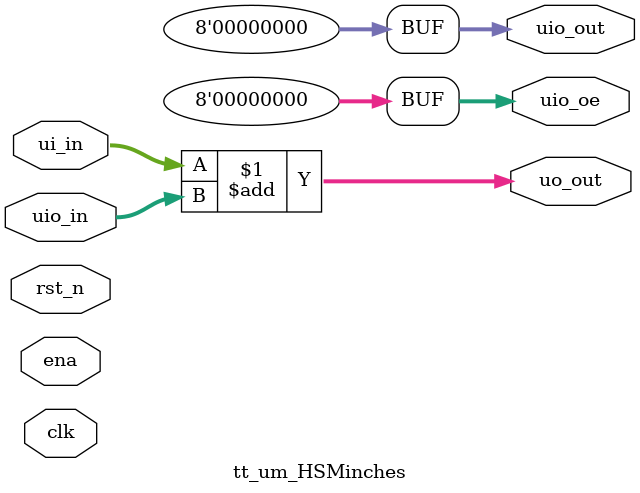
<source format=v>
/*
 * Copyright (c) 2024 Your Name
 * SPDX-License-Identifier: Apache-2.0
 */

`default_nettype none

module tt_um_HSMinches (
    input  wire [7:0] ui_in,    // Dedicated inputs
    output wire [7:0] uo_out,   // Dedicated outputs
    input  wire [7:0] uio_in,   // IOs: Input path
    output wire [7:0] uio_out,  // IOs: Output path
    output wire [7:0] uio_oe,   // IOs: Enable path (active high: 0=input, 1=output)
    input  wire       ena,      // always 1 when the design is powered, so you can ignore it
    input  wire       clk,      // clock
    input  wire       rst_n     // reset_n - low to reset
);
     
    assign uo_out = ui_in + uio_in;

    assign uio_oe = 0;
    assign uio_out = 0;
    
    
    
    always@(posedge clk) 
     if (rst_n) begin 
      uio_out<= 8'b0;
     end else if (ena) begin 
      uio_out<= uio_out+1;
    end


endmodule

</source>
